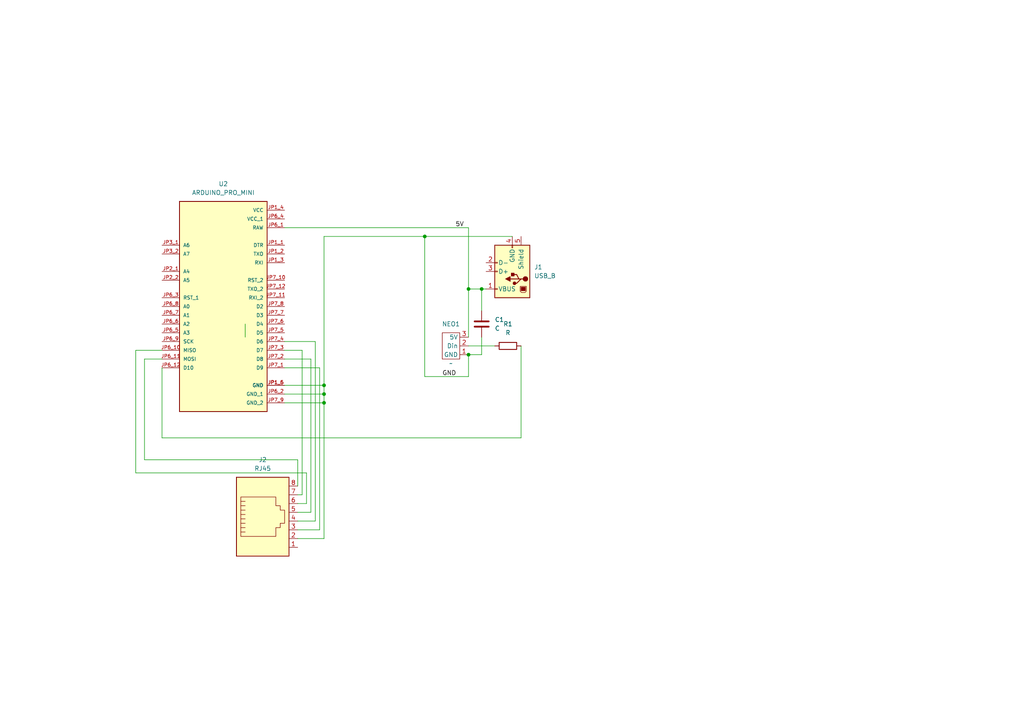
<source format=kicad_sch>
(kicad_sch (version 20230121) (generator eeschema)

  (uuid 72bec9bb-36c1-44f5-b301-26eb2ead7e2e)

  (paper "A4")

  (title_block
    (title "Black Mage Eyes circuit")
    (date "2023-09-17")
    (rev "V1.1")
    (comment 4 "Cody Sass")
  )

  (lib_symbols
    (symbol "Connector:RJ45" (pin_names (offset 1.016)) (in_bom yes) (on_board yes)
      (property "Reference" "J" (at -5.08 13.97 0)
        (effects (font (size 1.27 1.27)) (justify right))
      )
      (property "Value" "RJ45" (at 2.54 13.97 0)
        (effects (font (size 1.27 1.27)) (justify left))
      )
      (property "Footprint" "" (at 0 0.635 90)
        (effects (font (size 1.27 1.27)) hide)
      )
      (property "Datasheet" "~" (at 0 0.635 90)
        (effects (font (size 1.27 1.27)) hide)
      )
      (property "ki_keywords" "8P8C RJ socket connector" (at 0 0 0)
        (effects (font (size 1.27 1.27)) hide)
      )
      (property "ki_description" "RJ connector, 8P8C (8 positions 8 connected)" (at 0 0 0)
        (effects (font (size 1.27 1.27)) hide)
      )
      (property "ki_fp_filters" "8P8C* RJ31* RJ32* RJ33* RJ34* RJ35* RJ41* RJ45* RJ49* RJ61*" (at 0 0 0)
        (effects (font (size 1.27 1.27)) hide)
      )
      (symbol "RJ45_0_1"
        (polyline
          (pts
            (xy -5.08 4.445)
            (xy -6.35 4.445)
          )
          (stroke (width 0) (type default))
          (fill (type none))
        )
        (polyline
          (pts
            (xy -5.08 5.715)
            (xy -6.35 5.715)
          )
          (stroke (width 0) (type default))
          (fill (type none))
        )
        (polyline
          (pts
            (xy -6.35 -3.175)
            (xy -5.08 -3.175)
            (xy -5.08 -3.175)
          )
          (stroke (width 0) (type default))
          (fill (type none))
        )
        (polyline
          (pts
            (xy -6.35 -1.905)
            (xy -5.08 -1.905)
            (xy -5.08 -1.905)
          )
          (stroke (width 0) (type default))
          (fill (type none))
        )
        (polyline
          (pts
            (xy -6.35 -0.635)
            (xy -5.08 -0.635)
            (xy -5.08 -0.635)
          )
          (stroke (width 0) (type default))
          (fill (type none))
        )
        (polyline
          (pts
            (xy -6.35 0.635)
            (xy -5.08 0.635)
            (xy -5.08 0.635)
          )
          (stroke (width 0) (type default))
          (fill (type none))
        )
        (polyline
          (pts
            (xy -6.35 1.905)
            (xy -5.08 1.905)
            (xy -5.08 1.905)
          )
          (stroke (width 0) (type default))
          (fill (type none))
        )
        (polyline
          (pts
            (xy -5.08 3.175)
            (xy -6.35 3.175)
            (xy -6.35 3.175)
          )
          (stroke (width 0) (type default))
          (fill (type none))
        )
        (polyline
          (pts
            (xy -6.35 -4.445)
            (xy -6.35 6.985)
            (xy 3.81 6.985)
            (xy 3.81 4.445)
            (xy 5.08 4.445)
            (xy 5.08 3.175)
            (xy 6.35 3.175)
            (xy 6.35 -0.635)
            (xy 5.08 -0.635)
            (xy 5.08 -1.905)
            (xy 3.81 -1.905)
            (xy 3.81 -4.445)
            (xy -6.35 -4.445)
            (xy -6.35 -4.445)
          )
          (stroke (width 0) (type default))
          (fill (type none))
        )
        (rectangle (start 7.62 12.7) (end -7.62 -10.16)
          (stroke (width 0.254) (type default))
          (fill (type background))
        )
      )
      (symbol "RJ45_1_1"
        (pin passive line (at 10.16 -7.62 180) (length 2.54)
          (name "~" (effects (font (size 1.27 1.27))))
          (number "1" (effects (font (size 1.27 1.27))))
        )
        (pin passive line (at 10.16 -5.08 180) (length 2.54)
          (name "~" (effects (font (size 1.27 1.27))))
          (number "2" (effects (font (size 1.27 1.27))))
        )
        (pin passive line (at 10.16 -2.54 180) (length 2.54)
          (name "~" (effects (font (size 1.27 1.27))))
          (number "3" (effects (font (size 1.27 1.27))))
        )
        (pin passive line (at 10.16 0 180) (length 2.54)
          (name "~" (effects (font (size 1.27 1.27))))
          (number "4" (effects (font (size 1.27 1.27))))
        )
        (pin passive line (at 10.16 2.54 180) (length 2.54)
          (name "~" (effects (font (size 1.27 1.27))))
          (number "5" (effects (font (size 1.27 1.27))))
        )
        (pin passive line (at 10.16 5.08 180) (length 2.54)
          (name "~" (effects (font (size 1.27 1.27))))
          (number "6" (effects (font (size 1.27 1.27))))
        )
        (pin passive line (at 10.16 7.62 180) (length 2.54)
          (name "~" (effects (font (size 1.27 1.27))))
          (number "7" (effects (font (size 1.27 1.27))))
        )
        (pin passive line (at 10.16 10.16 180) (length 2.54)
          (name "~" (effects (font (size 1.27 1.27))))
          (number "8" (effects (font (size 1.27 1.27))))
        )
      )
    )
    (symbol "Connector:USB_B" (pin_names (offset 1.016)) (in_bom yes) (on_board yes)
      (property "Reference" "J" (at -5.08 11.43 0)
        (effects (font (size 1.27 1.27)) (justify left))
      )
      (property "Value" "USB_B" (at -5.08 8.89 0)
        (effects (font (size 1.27 1.27)) (justify left))
      )
      (property "Footprint" "" (at 3.81 -1.27 0)
        (effects (font (size 1.27 1.27)) hide)
      )
      (property "Datasheet" " ~" (at 3.81 -1.27 0)
        (effects (font (size 1.27 1.27)) hide)
      )
      (property "ki_keywords" "connector USB" (at 0 0 0)
        (effects (font (size 1.27 1.27)) hide)
      )
      (property "ki_description" "USB Type B connector" (at 0 0 0)
        (effects (font (size 1.27 1.27)) hide)
      )
      (property "ki_fp_filters" "USB*" (at 0 0 0)
        (effects (font (size 1.27 1.27)) hide)
      )
      (symbol "USB_B_0_1"
        (rectangle (start -5.08 -7.62) (end 5.08 7.62)
          (stroke (width 0.254) (type default))
          (fill (type background))
        )
        (circle (center -3.81 2.159) (radius 0.635)
          (stroke (width 0.254) (type default))
          (fill (type outline))
        )
        (rectangle (start -3.81 5.588) (end -2.54 4.572)
          (stroke (width 0) (type default))
          (fill (type outline))
        )
        (circle (center -0.635 3.429) (radius 0.381)
          (stroke (width 0.254) (type default))
          (fill (type outline))
        )
        (rectangle (start -0.127 -7.62) (end 0.127 -6.858)
          (stroke (width 0) (type default))
          (fill (type none))
        )
        (polyline
          (pts
            (xy -1.905 2.159)
            (xy 0.635 2.159)
          )
          (stroke (width 0.254) (type default))
          (fill (type none))
        )
        (polyline
          (pts
            (xy -3.175 2.159)
            (xy -2.54 2.159)
            (xy -1.27 3.429)
            (xy -0.635 3.429)
          )
          (stroke (width 0.254) (type default))
          (fill (type none))
        )
        (polyline
          (pts
            (xy -2.54 2.159)
            (xy -1.905 2.159)
            (xy -1.27 0.889)
            (xy 0 0.889)
          )
          (stroke (width 0.254) (type default))
          (fill (type none))
        )
        (polyline
          (pts
            (xy 0.635 2.794)
            (xy 0.635 1.524)
            (xy 1.905 2.159)
            (xy 0.635 2.794)
          )
          (stroke (width 0.254) (type default))
          (fill (type outline))
        )
        (polyline
          (pts
            (xy -4.064 4.318)
            (xy -2.286 4.318)
            (xy -2.286 5.715)
            (xy -2.667 6.096)
            (xy -3.683 6.096)
            (xy -4.064 5.715)
            (xy -4.064 4.318)
          )
          (stroke (width 0) (type default))
          (fill (type none))
        )
        (rectangle (start 0.254 1.27) (end -0.508 0.508)
          (stroke (width 0.254) (type default))
          (fill (type outline))
        )
        (rectangle (start 5.08 -2.667) (end 4.318 -2.413)
          (stroke (width 0) (type default))
          (fill (type none))
        )
        (rectangle (start 5.08 -0.127) (end 4.318 0.127)
          (stroke (width 0) (type default))
          (fill (type none))
        )
        (rectangle (start 5.08 4.953) (end 4.318 5.207)
          (stroke (width 0) (type default))
          (fill (type none))
        )
      )
      (symbol "USB_B_1_1"
        (pin power_out line (at 7.62 5.08 180) (length 2.54)
          (name "VBUS" (effects (font (size 1.27 1.27))))
          (number "1" (effects (font (size 1.27 1.27))))
        )
        (pin bidirectional line (at 7.62 -2.54 180) (length 2.54)
          (name "D-" (effects (font (size 1.27 1.27))))
          (number "2" (effects (font (size 1.27 1.27))))
        )
        (pin bidirectional line (at 7.62 0 180) (length 2.54)
          (name "D+" (effects (font (size 1.27 1.27))))
          (number "3" (effects (font (size 1.27 1.27))))
        )
        (pin power_out line (at 0 -10.16 90) (length 2.54)
          (name "GND" (effects (font (size 1.27 1.27))))
          (number "4" (effects (font (size 1.27 1.27))))
        )
        (pin passive line (at -2.54 -10.16 90) (length 2.54)
          (name "Shield" (effects (font (size 1.27 1.27))))
          (number "5" (effects (font (size 1.27 1.27))))
        )
      )
    )
    (symbol "CustomLibrary:ARDUINO_PRO_MINI" (pin_names (offset 1.016)) (in_bom yes) (on_board yes)
      (property "Reference" "U" (at -12.7 31.75 0)
        (effects (font (size 1.27 1.27)) (justify left bottom))
      )
      (property "Value" "ARDUINO_PRO_MINI" (at -12.7 -33.02 0)
        (effects (font (size 1.27 1.27)) (justify left bottom))
      )
      (property "Footprint" "ARDUINO_PRO_MINI:MODULE_ARDUINO_PRO_MINI" (at 0 0 0)
        (effects (font (size 1.27 1.27)) (justify bottom) hide)
      )
      (property "Datasheet" "" (at 0 0 0)
        (effects (font (size 1.27 1.27)) hide)
      )
      (property "MF" "Arduino" (at 0 0 0)
        (effects (font (size 1.27 1.27)) (justify bottom) hide)
      )
      (property "MAXIMUM_PACKAGE_HEIGHT" "N/A" (at 0 0 0)
        (effects (font (size 1.27 1.27)) (justify bottom) hide)
      )
      (property "Package" "None" (at 0 0 0)
        (effects (font (size 1.27 1.27)) (justify bottom) hide)
      )
      (property "Price" "None" (at 0 0 0)
        (effects (font (size 1.27 1.27)) (justify bottom) hide)
      )
      (property "Check_prices" "https://www.snapeda.com/parts/Arduino%20Pro%20Mini/Arduino/view-part/?ref=eda" (at 0 0 0)
        (effects (font (size 1.27 1.27)) (justify bottom) hide)
      )
      (property "STANDARD" "Manufacturer Recommendations" (at 0 0 0)
        (effects (font (size 1.27 1.27)) (justify bottom) hide)
      )
      (property "PARTREV" "N/A" (at 0 0 0)
        (effects (font (size 1.27 1.27)) (justify bottom) hide)
      )
      (property "SnapEDA_Link" "https://www.snapeda.com/parts/Arduino%20Pro%20Mini/Arduino/view-part/?ref=snap" (at 0 0 0)
        (effects (font (size 1.27 1.27)) (justify bottom) hide)
      )
      (property "MP" "Arduino Pro Mini" (at 0 0 0)
        (effects (font (size 1.27 1.27)) (justify bottom) hide)
      )
      (property "Description" "\nThis board was developed for applications and installations where space is premium and projects are made as permanent set ups. Small, available in 3.3 V and 5 V versions, powered by ATmega328P.\n" (at 0 0 0)
        (effects (font (size 1.27 1.27)) (justify bottom) hide)
      )
      (property "Availability" "In Stock" (at 0 0 0)
        (effects (font (size 1.27 1.27)) (justify bottom) hide)
      )
      (property "MANUFACTURER" "SparkFun Electronics" (at 0 0 0)
        (effects (font (size 1.27 1.27)) (justify bottom) hide)
      )
      (symbol "ARDUINO_PRO_MINI_0_0"
        (rectangle (start -12.7 -30.48) (end 12.7 30.48)
          (stroke (width 0.254) (type default))
          (fill (type background))
        )
        (pin input line (at 17.78 17.78 180) (length 5.08)
          (name "DTR" (effects (font (size 1.016 1.016))))
          (number "JP1_1" (effects (font (size 1.016 1.016))))
        )
        (pin bidirectional line (at 17.78 15.24 180) (length 5.08)
          (name "TXO" (effects (font (size 1.016 1.016))))
          (number "JP1_2" (effects (font (size 1.016 1.016))))
        )
        (pin bidirectional line (at 17.78 12.7 180) (length 5.08)
          (name "RXI" (effects (font (size 1.016 1.016))))
          (number "JP1_3" (effects (font (size 1.016 1.016))))
        )
        (pin power_in line (at 17.78 27.94 180) (length 5.08)
          (name "VCC" (effects (font (size 1.016 1.016))))
          (number "JP1_4" (effects (font (size 1.016 1.016))))
        )
        (pin power_in line (at 17.78 -22.86 180) (length 5.08)
          (name "GND" (effects (font (size 1.016 1.016))))
          (number "JP1_5" (effects (font (size 1.016 1.016))))
        )
        (pin power_in line (at 17.78 -22.86 180) (length 5.08)
          (name "GND" (effects (font (size 1.016 1.016))))
          (number "JP1_6" (effects (font (size 1.016 1.016))))
        )
        (pin bidirectional line (at -17.78 10.16 0) (length 5.08)
          (name "A4" (effects (font (size 1.016 1.016))))
          (number "JP2_1" (effects (font (size 1.016 1.016))))
        )
        (pin bidirectional line (at -17.78 7.62 0) (length 5.08)
          (name "A5" (effects (font (size 1.016 1.016))))
          (number "JP2_2" (effects (font (size 1.016 1.016))))
        )
        (pin input line (at -17.78 17.78 0) (length 5.08)
          (name "A6" (effects (font (size 1.016 1.016))))
          (number "JP3_1" (effects (font (size 1.016 1.016))))
        )
        (pin input line (at -17.78 15.24 0) (length 5.08)
          (name "A7" (effects (font (size 1.016 1.016))))
          (number "JP3_2" (effects (font (size 1.016 1.016))))
        )
        (pin power_in line (at 17.78 22.86 180) (length 5.08)
          (name "RAW" (effects (font (size 1.016 1.016))))
          (number "JP6_1" (effects (font (size 1.016 1.016))))
        )
        (pin bidirectional line (at -17.78 -12.7 0) (length 5.08)
          (name "MISO" (effects (font (size 1.016 1.016))))
          (number "JP6_10" (effects (font (size 1.016 1.016))))
        )
        (pin bidirectional line (at -17.78 -15.24 0) (length 5.08)
          (name "MOSI" (effects (font (size 1.016 1.016))))
          (number "JP6_11" (effects (font (size 1.016 1.016))))
        )
        (pin bidirectional line (at -17.78 -17.78 0) (length 5.08)
          (name "D10" (effects (font (size 1.016 1.016))))
          (number "JP6_12" (effects (font (size 1.016 1.016))))
        )
        (pin power_in line (at 17.78 -25.4 180) (length 5.08)
          (name "GND_1" (effects (font (size 1.016 1.016))))
          (number "JP6_2" (effects (font (size 1.016 1.016))))
        )
        (pin input line (at -17.78 2.54 0) (length 5.08)
          (name "RST_1" (effects (font (size 1.016 1.016))))
          (number "JP6_3" (effects (font (size 1.016 1.016))))
        )
        (pin power_in line (at 17.78 25.4 180) (length 5.08)
          (name "VCC_1" (effects (font (size 1.016 1.016))))
          (number "JP6_4" (effects (font (size 1.016 1.016))))
        )
        (pin bidirectional line (at -17.78 -7.62 0) (length 5.08)
          (name "A3" (effects (font (size 1.016 1.016))))
          (number "JP6_5" (effects (font (size 1.016 1.016))))
        )
        (pin bidirectional line (at -17.78 -5.08 0) (length 5.08)
          (name "A2" (effects (font (size 1.016 1.016))))
          (number "JP6_6" (effects (font (size 1.016 1.016))))
        )
        (pin bidirectional line (at -17.78 -2.54 0) (length 5.08)
          (name "A1" (effects (font (size 1.016 1.016))))
          (number "JP6_7" (effects (font (size 1.016 1.016))))
        )
        (pin bidirectional line (at -17.78 0 0) (length 5.08)
          (name "A0" (effects (font (size 1.016 1.016))))
          (number "JP6_8" (effects (font (size 1.016 1.016))))
        )
        (pin bidirectional line (at -17.78 -10.16 0) (length 5.08)
          (name "SCK" (effects (font (size 1.016 1.016))))
          (number "JP6_9" (effects (font (size 1.016 1.016))))
        )
        (pin bidirectional line (at 17.78 -17.78 180) (length 5.08)
          (name "D9" (effects (font (size 1.016 1.016))))
          (number "JP7_1" (effects (font (size 1.016 1.016))))
        )
        (pin input line (at 17.78 7.62 180) (length 5.08)
          (name "RST_2" (effects (font (size 1.016 1.016))))
          (number "JP7_10" (effects (font (size 1.016 1.016))))
        )
        (pin bidirectional line (at 17.78 2.54 180) (length 5.08)
          (name "RXI_2" (effects (font (size 1.016 1.016))))
          (number "JP7_11" (effects (font (size 1.016 1.016))))
        )
        (pin bidirectional line (at 17.78 5.08 180) (length 5.08)
          (name "TXO_2" (effects (font (size 1.016 1.016))))
          (number "JP7_12" (effects (font (size 1.016 1.016))))
        )
        (pin bidirectional line (at 17.78 -15.24 180) (length 5.08)
          (name "D8" (effects (font (size 1.016 1.016))))
          (number "JP7_2" (effects (font (size 1.016 1.016))))
        )
        (pin bidirectional line (at 17.78 -12.7 180) (length 5.08)
          (name "D7" (effects (font (size 1.016 1.016))))
          (number "JP7_3" (effects (font (size 1.016 1.016))))
        )
        (pin bidirectional line (at 17.78 -10.16 180) (length 5.08)
          (name "D6" (effects (font (size 1.016 1.016))))
          (number "JP7_4" (effects (font (size 1.016 1.016))))
        )
        (pin bidirectional line (at 17.78 -7.62 180) (length 5.08)
          (name "D5" (effects (font (size 1.016 1.016))))
          (number "JP7_5" (effects (font (size 1.016 1.016))))
        )
        (pin bidirectional line (at 17.78 -5.08 180) (length 5.08)
          (name "D4" (effects (font (size 1.016 1.016))))
          (number "JP7_6" (effects (font (size 1.016 1.016))))
        )
        (pin bidirectional line (at 17.78 -2.54 180) (length 5.08)
          (name "D3" (effects (font (size 1.016 1.016))))
          (number "JP7_7" (effects (font (size 1.016 1.016))))
        )
        (pin bidirectional line (at 17.78 0 180) (length 5.08)
          (name "D2" (effects (font (size 1.016 1.016))))
          (number "JP7_8" (effects (font (size 1.016 1.016))))
        )
        (pin power_in line (at 17.78 -27.94 180) (length 5.08)
          (name "GND_2" (effects (font (size 1.016 1.016))))
          (number "JP7_9" (effects (font (size 1.016 1.016))))
        )
      )
    )
    (symbol "CustomLibrary:Neopixel_connection" (in_bom yes) (on_board yes)
      (property "Reference" "NEO1" (at 0 -6.35 0)
        (effects (font (size 1.27 1.27)))
      )
      (property "Value" "~" (at 0 5.08 0)
        (effects (font (size 1.27 1.27)))
      )
      (property "Footprint" "Connector_PinHeader_2.00mm:PinHeader_1x03_P2.00mm_Vertical" (at 0 5.08 0)
        (effects (font (size 1.27 1.27)) hide)
      )
      (property "Datasheet" "" (at 0 5.08 0)
        (effects (font (size 1.27 1.27)) hide)
      )
      (symbol "Neopixel_connection_0_1"
        (rectangle (start -2.54 3.81) (end 2.54 -3.81)
          (stroke (width 0) (type default))
          (fill (type none))
        )
      )
      (symbol "Neopixel_connection_1_1"
        (pin input line (at -5.08 2.54 0) (length 2.54)
          (name "GND" (effects (font (size 1.27 1.27))))
          (number "1" (effects (font (size 1.27 1.27))))
        )
        (pin input line (at -5.08 0 0) (length 2.54)
          (name "Din" (effects (font (size 1.27 1.27))))
          (number "2" (effects (font (size 1.27 1.27))))
        )
        (pin input line (at -5.08 -2.54 0) (length 2.54)
          (name "5V" (effects (font (size 1.27 1.27))))
          (number "3" (effects (font (size 1.27 1.27))))
        )
      )
    )
    (symbol "Device:C" (pin_numbers hide) (pin_names (offset 0.254)) (in_bom yes) (on_board yes)
      (property "Reference" "C" (at 0.635 2.54 0)
        (effects (font (size 1.27 1.27)) (justify left))
      )
      (property "Value" "C" (at 0.635 -2.54 0)
        (effects (font (size 1.27 1.27)) (justify left))
      )
      (property "Footprint" "" (at 0.9652 -3.81 0)
        (effects (font (size 1.27 1.27)) hide)
      )
      (property "Datasheet" "~" (at 0 0 0)
        (effects (font (size 1.27 1.27)) hide)
      )
      (property "ki_keywords" "cap capacitor" (at 0 0 0)
        (effects (font (size 1.27 1.27)) hide)
      )
      (property "ki_description" "Unpolarized capacitor" (at 0 0 0)
        (effects (font (size 1.27 1.27)) hide)
      )
      (property "ki_fp_filters" "C_*" (at 0 0 0)
        (effects (font (size 1.27 1.27)) hide)
      )
      (symbol "C_0_1"
        (polyline
          (pts
            (xy -2.032 -0.762)
            (xy 2.032 -0.762)
          )
          (stroke (width 0.508) (type default))
          (fill (type none))
        )
        (polyline
          (pts
            (xy -2.032 0.762)
            (xy 2.032 0.762)
          )
          (stroke (width 0.508) (type default))
          (fill (type none))
        )
      )
      (symbol "C_1_1"
        (pin passive line (at 0 3.81 270) (length 2.794)
          (name "~" (effects (font (size 1.27 1.27))))
          (number "1" (effects (font (size 1.27 1.27))))
        )
        (pin passive line (at 0 -3.81 90) (length 2.794)
          (name "~" (effects (font (size 1.27 1.27))))
          (number "2" (effects (font (size 1.27 1.27))))
        )
      )
    )
    (symbol "Device:R" (pin_numbers hide) (pin_names (offset 0)) (in_bom yes) (on_board yes)
      (property "Reference" "R" (at 2.032 0 90)
        (effects (font (size 1.27 1.27)))
      )
      (property "Value" "R" (at 0 0 90)
        (effects (font (size 1.27 1.27)))
      )
      (property "Footprint" "" (at -1.778 0 90)
        (effects (font (size 1.27 1.27)) hide)
      )
      (property "Datasheet" "~" (at 0 0 0)
        (effects (font (size 1.27 1.27)) hide)
      )
      (property "ki_keywords" "R res resistor" (at 0 0 0)
        (effects (font (size 1.27 1.27)) hide)
      )
      (property "ki_description" "Resistor" (at 0 0 0)
        (effects (font (size 1.27 1.27)) hide)
      )
      (property "ki_fp_filters" "R_*" (at 0 0 0)
        (effects (font (size 1.27 1.27)) hide)
      )
      (symbol "R_0_1"
        (rectangle (start -1.016 -2.54) (end 1.016 2.54)
          (stroke (width 0.254) (type default))
          (fill (type none))
        )
      )
      (symbol "R_1_1"
        (pin passive line (at 0 3.81 270) (length 1.27)
          (name "~" (effects (font (size 1.27 1.27))))
          (number "1" (effects (font (size 1.27 1.27))))
        )
        (pin passive line (at 0 -3.81 90) (length 1.27)
          (name "~" (effects (font (size 1.27 1.27))))
          (number "2" (effects (font (size 1.27 1.27))))
        )
      )
    )
  )

  (junction (at 135.89 102.87) (diameter 0) (color 0 0 0 0)
    (uuid 07543686-342e-4d12-bb88-f1f6a9d1415d)
  )
  (junction (at 93.98 114.3) (diameter 0) (color 0 0 0 0)
    (uuid 36e9602a-a9c3-4c51-b172-0c30d628da9d)
  )
  (junction (at 93.98 111.76) (diameter 0) (color 0 0 0 0)
    (uuid 52f782f3-652c-489a-bf9b-2155fda03997)
  )
  (junction (at 135.89 83.82) (diameter 0) (color 0 0 0 0)
    (uuid 5cb86c46-d724-4b69-8ece-3d7ce56470f2)
  )
  (junction (at 93.98 116.84) (diameter 0) (color 0 0 0 0)
    (uuid 94497d33-2afb-4530-804b-22c5abf6065a)
  )
  (junction (at 123.19 68.58) (diameter 0) (color 0 0 0 0)
    (uuid b78fa431-247e-4578-be62-cf4ac6c02662)
  )
  (junction (at 139.7 83.82) (diameter 0) (color 0 0 0 0)
    (uuid cb5cdb0d-c65a-4209-9fea-2a2c0e53850d)
  )

  (wire (pts (xy 93.98 68.58) (xy 123.19 68.58))
    (stroke (width 0) (type default))
    (uuid 0cc4333c-62ca-4004-8a57-5b9542037e36)
  )
  (wire (pts (xy 135.89 109.22) (xy 135.89 102.87))
    (stroke (width 0) (type default))
    (uuid 13cd68ce-97e7-4284-a020-f2bb319f0a50)
  )
  (wire (pts (xy 93.98 114.3) (xy 93.98 111.76))
    (stroke (width 0) (type default))
    (uuid 198b9643-8614-49f4-8cd2-620398019e96)
  )
  (wire (pts (xy 87.63 101.6) (xy 82.55 101.6))
    (stroke (width 0) (type default))
    (uuid 1a342a31-e4bc-42ee-871d-ec711502bf16)
  )
  (wire (pts (xy 93.98 111.76) (xy 93.98 68.58))
    (stroke (width 0) (type default))
    (uuid 1c47425a-fac2-4609-a30e-eec832cf48c3)
  )
  (wire (pts (xy 86.36 151.13) (xy 91.44 151.13))
    (stroke (width 0) (type default))
    (uuid 1d4691fd-edda-44e5-ab2f-6afdb2ee1cbd)
  )
  (wire (pts (xy 90.17 148.59) (xy 90.17 104.14))
    (stroke (width 0) (type default))
    (uuid 204c7528-1eb8-474a-b7c5-72b1770f76ac)
  )
  (wire (pts (xy 135.89 66.04) (xy 82.55 66.04))
    (stroke (width 0) (type default))
    (uuid 204ee479-dbd4-4432-bbb0-62e7698744b2)
  )
  (wire (pts (xy 139.7 83.82) (xy 140.97 83.82))
    (stroke (width 0) (type default))
    (uuid 26db8d50-d4b6-44ab-8e55-3167d03a8c27)
  )
  (wire (pts (xy 41.91 133.35) (xy 86.36 133.35))
    (stroke (width 0) (type default))
    (uuid 2f21fe17-2aab-4bc1-afa1-9ca05b5c58ce)
  )
  (wire (pts (xy 41.91 104.14) (xy 41.91 133.35))
    (stroke (width 0) (type default))
    (uuid 305cc0eb-aa43-494c-814f-0c7bcc692ff0)
  )
  (wire (pts (xy 46.99 106.68) (xy 46.99 127))
    (stroke (width 0) (type default))
    (uuid 34053cc2-bcfa-4287-a3d7-61a2bf3a1d9f)
  )
  (wire (pts (xy 93.98 114.3) (xy 82.55 114.3))
    (stroke (width 0) (type default))
    (uuid 363183b1-dfdc-4576-a790-2440c5913daa)
  )
  (wire (pts (xy 86.36 143.51) (xy 87.63 143.51))
    (stroke (width 0) (type default))
    (uuid 3902e76c-2d48-487a-8630-59aed6d25998)
  )
  (wire (pts (xy 91.44 99.06) (xy 91.44 151.13))
    (stroke (width 0) (type default))
    (uuid 3be94b2b-d070-46d0-b20a-c9a3d65a0aca)
  )
  (wire (pts (xy 123.19 68.58) (xy 123.19 109.22))
    (stroke (width 0) (type default))
    (uuid 3ff20ae0-cd72-4161-af5d-ec9d76c3236c)
  )
  (wire (pts (xy 88.9 137.16) (xy 88.9 146.05))
    (stroke (width 0) (type default))
    (uuid 50094b4d-4073-473c-b87b-e38ac385db06)
  )
  (wire (pts (xy 123.19 109.22) (xy 135.89 109.22))
    (stroke (width 0) (type default))
    (uuid 50f53078-78f4-4e0b-8191-bf4687c1c70c)
  )
  (wire (pts (xy 82.55 116.84) (xy 93.98 116.84))
    (stroke (width 0) (type default))
    (uuid 57a6ce97-a02b-4735-9978-030645831595)
  )
  (wire (pts (xy 86.36 156.21) (xy 93.98 156.21))
    (stroke (width 0) (type default))
    (uuid 5a616de7-be9e-4892-94fb-2ff7f1120cf2)
  )
  (wire (pts (xy 135.89 83.82) (xy 139.7 83.82))
    (stroke (width 0) (type default))
    (uuid 60042f4a-0ae6-4bc1-afc8-c697f51d26c6)
  )
  (wire (pts (xy 135.89 102.87) (xy 139.7 102.87))
    (stroke (width 0) (type default))
    (uuid 695344ae-d482-4670-b80d-d471b75902c3)
  )
  (wire (pts (xy 71.12 93.98) (xy 71.12 97.79))
    (stroke (width 0) (type default))
    (uuid 6990c867-7f10-4dbe-8ed6-a5095669a059)
  )
  (wire (pts (xy 135.89 83.82) (xy 135.89 97.79))
    (stroke (width 0) (type default))
    (uuid 6bcd089e-4dad-4687-b687-946be2f1bf37)
  )
  (wire (pts (xy 82.55 106.68) (xy 92.71 106.68))
    (stroke (width 0) (type default))
    (uuid 6c79e06a-1007-46ea-8f26-84370d31420b)
  )
  (wire (pts (xy 139.7 83.82) (xy 139.7 90.17))
    (stroke (width 0) (type default))
    (uuid 6e3c101b-715c-4d9f-a27c-6288f2d7c6b8)
  )
  (wire (pts (xy 87.63 143.51) (xy 87.63 101.6))
    (stroke (width 0) (type default))
    (uuid 85d93d73-bd3d-4725-aeb7-3280654c8662)
  )
  (wire (pts (xy 135.89 66.04) (xy 135.89 83.82))
    (stroke (width 0) (type default))
    (uuid 8bb812c3-a30c-46b8-8dc4-65212e639f9f)
  )
  (wire (pts (xy 86.36 133.35) (xy 86.36 140.97))
    (stroke (width 0) (type default))
    (uuid a6c5e498-443c-48bf-8225-f8c08bb77fe8)
  )
  (wire (pts (xy 92.71 153.67) (xy 92.71 106.68))
    (stroke (width 0) (type default))
    (uuid b0d22f54-7f9b-47bf-ba92-11b700fef085)
  )
  (wire (pts (xy 46.99 104.14) (xy 41.91 104.14))
    (stroke (width 0) (type default))
    (uuid b1c2ddf9-e372-4d9a-8ff7-062e73b9fe54)
  )
  (wire (pts (xy 39.37 137.16) (xy 88.9 137.16))
    (stroke (width 0) (type default))
    (uuid b78e5fb1-4650-4ac7-a22d-ea28d9e57b66)
  )
  (wire (pts (xy 46.99 127) (xy 151.13 127))
    (stroke (width 0) (type default))
    (uuid b8276ef0-48ab-4a9f-a5f2-081e3fe08b62)
  )
  (wire (pts (xy 39.37 101.6) (xy 39.37 137.16))
    (stroke (width 0) (type default))
    (uuid b9427f11-3955-4223-bda0-1eeec794e5ed)
  )
  (wire (pts (xy 93.98 156.21) (xy 93.98 116.84))
    (stroke (width 0) (type default))
    (uuid b9bddfed-9fad-4aed-a148-e76de8ed0345)
  )
  (wire (pts (xy 86.36 153.67) (xy 92.71 153.67))
    (stroke (width 0) (type default))
    (uuid ba4fc5fe-80ea-4097-950d-ff02eac4ab1e)
  )
  (wire (pts (xy 93.98 116.84) (xy 93.98 114.3))
    (stroke (width 0) (type default))
    (uuid c4d93db3-be46-405e-9c54-c88152091c8b)
  )
  (wire (pts (xy 123.19 68.58) (xy 148.59 68.58))
    (stroke (width 0) (type default))
    (uuid cf6a27c8-da14-4f9a-afb0-d298c453e3fc)
  )
  (wire (pts (xy 135.89 100.33) (xy 143.51 100.33))
    (stroke (width 0) (type default))
    (uuid d0a41ee8-de29-4eb2-afd4-d2464c5dfa86)
  )
  (wire (pts (xy 90.17 104.14) (xy 82.55 104.14))
    (stroke (width 0) (type default))
    (uuid d14a0d27-d7b5-4aa7-9cb7-7510eee89257)
  )
  (wire (pts (xy 46.99 101.6) (xy 39.37 101.6))
    (stroke (width 0) (type default))
    (uuid d884e623-3dad-4954-ba61-34220646d4b6)
  )
  (wire (pts (xy 86.36 148.59) (xy 90.17 148.59))
    (stroke (width 0) (type default))
    (uuid de2966ec-9bee-4435-93c9-23868c2dc563)
  )
  (wire (pts (xy 86.36 146.05) (xy 88.9 146.05))
    (stroke (width 0) (type default))
    (uuid e86b27fd-220f-4e8d-a726-0021143ee839)
  )
  (wire (pts (xy 151.13 127) (xy 151.13 100.33))
    (stroke (width 0) (type default))
    (uuid e86da1c8-8d2d-4b8f-8966-87474e32522d)
  )
  (wire (pts (xy 82.55 111.76) (xy 93.98 111.76))
    (stroke (width 0) (type default))
    (uuid ec2a6309-7b70-47b2-9cfb-258dab17dafd)
  )
  (wire (pts (xy 91.44 99.06) (xy 82.55 99.06))
    (stroke (width 0) (type default))
    (uuid f4852851-c9f2-46c5-96d8-20214e73c432)
  )
  (wire (pts (xy 139.7 97.79) (xy 139.7 102.87))
    (stroke (width 0) (type default))
    (uuid f4fc8d00-f13e-4b8e-a95b-829a2b7c286e)
  )

  (label "GND" (at 128.27 109.22 0) (fields_autoplaced)
    (effects (font (size 1.27 1.27)) (justify left bottom))
    (uuid 68772e05-275b-4d52-9da7-abde6b058e6e)
  )
  (label "5V" (at 132.08 66.04 0) (fields_autoplaced)
    (effects (font (size 1.27 1.27)) (justify left bottom))
    (uuid d636fe5e-095b-4833-ae6b-b982b233fd02)
  )

  (symbol (lib_id "CustomLibrary:Neopixel_connection") (at 130.81 100.33 180) (unit 1)
    (in_bom yes) (on_board yes) (dnp no) (fields_autoplaced)
    (uuid 1e89a6fc-e219-47d4-b177-74dc8dcf0e3a)
    (property "Reference" "NEO1" (at 130.81 93.98 0)
      (effects (font (size 1.27 1.27)))
    )
    (property "Value" "~" (at 130.81 105.41 0)
      (effects (font (size 1.27 1.27)))
    )
    (property "Footprint" "Connector_PinHeader_2.54mm:PinHeader_1x03_P2.54mm_Vertical" (at 130.81 105.41 0)
      (effects (font (size 1.27 1.27)) hide)
    )
    (property "Datasheet" "" (at 130.81 105.41 0)
      (effects (font (size 1.27 1.27)) hide)
    )
    (pin "1" (uuid 1f253d95-7d65-450a-9786-2a38307268f5))
    (pin "2" (uuid d1ccf127-234b-4109-98d1-0a52eea6eb7e))
    (pin "3" (uuid 7861fcdf-501c-48d0-b2d3-9d25ba9967ae))
    (instances
      (project "Black Mage Eyes"
        (path "/72bec9bb-36c1-44f5-b301-26eb2ead7e2e"
          (reference "NEO1") (unit 1)
        )
      )
    )
  )

  (symbol (lib_id "Connector:RJ45") (at 76.2 151.13 0) (unit 1)
    (in_bom yes) (on_board yes) (dnp no) (fields_autoplaced)
    (uuid 49eba701-c95e-4983-9436-0a3bbbe83e98)
    (property "Reference" "J2" (at 76.2 133.35 0)
      (effects (font (size 1.27 1.27)))
    )
    (property "Value" "RJ45" (at 76.2 135.89 0)
      (effects (font (size 1.27 1.27)))
    )
    (property "Footprint" "Connector_RJ:RJ45_Amphenol_54602-x08_Horizontal" (at 76.2 150.495 90)
      (effects (font (size 1.27 1.27)) hide)
    )
    (property "Datasheet" "~" (at 76.2 150.495 90)
      (effects (font (size 1.27 1.27)) hide)
    )
    (pin "1" (uuid c1568b73-6509-424f-bdb1-3753e7e91ba5))
    (pin "2" (uuid 5122c636-f34e-40fa-8269-691b1cacb94b))
    (pin "3" (uuid 649cbad1-9d83-404f-b787-c1e24b18cdc2))
    (pin "4" (uuid 88e725ba-8c67-40b0-83b5-552edc7f9166))
    (pin "5" (uuid 646dc00e-b45e-4f52-b4ff-fda38c2d0269))
    (pin "6" (uuid b10ffeae-6bf2-4fec-87da-4b27a2524167))
    (pin "7" (uuid 6855f7eb-c950-4c8c-970f-c102f8ea02c9))
    (pin "8" (uuid 25f75e2d-247d-42c2-a06d-7baa2d66ccb9))
    (instances
      (project "Black Mage Eyes"
        (path "/72bec9bb-36c1-44f5-b301-26eb2ead7e2e"
          (reference "J2") (unit 1)
        )
      )
    )
  )

  (symbol (lib_id "Connector:USB_B") (at 148.59 78.74 180) (unit 1)
    (in_bom yes) (on_board yes) (dnp no) (fields_autoplaced)
    (uuid 7d90c02d-3c30-4a4b-b20e-e10abb37122f)
    (property "Reference" "J1" (at 154.94 77.47 0)
      (effects (font (size 1.27 1.27)) (justify right))
    )
    (property "Value" "USB_B" (at 154.94 80.01 0)
      (effects (font (size 1.27 1.27)) (justify right))
    )
    (property "Footprint" "Connector_USB:USB_B_Amphenol_MUSB-D511_Vertical_Rugged" (at 144.78 77.47 0)
      (effects (font (size 1.27 1.27)) hide)
    )
    (property "Datasheet" " ~" (at 144.78 77.47 0)
      (effects (font (size 1.27 1.27)) hide)
    )
    (pin "1" (uuid 8f583561-f609-486c-adfb-c68dad6907fa))
    (pin "2" (uuid cdcf109b-2095-411d-a45c-a56a7a4a4b50))
    (pin "3" (uuid d02ca991-536b-4475-b607-2873306ee3bf))
    (pin "4" (uuid c6b4c408-9e6e-438b-bb49-b0a30ff8cbc7))
    (pin "5" (uuid d33aff5a-4ebd-43b7-8096-03c51a2da232))
    (instances
      (project "Black Mage Eyes"
        (path "/72bec9bb-36c1-44f5-b301-26eb2ead7e2e"
          (reference "J1") (unit 1)
        )
      )
    )
  )

  (symbol (lib_id "CustomLibrary:ARDUINO_PRO_MINI") (at 64.77 88.9 0) (unit 1)
    (in_bom yes) (on_board yes) (dnp no) (fields_autoplaced)
    (uuid 7e0707c0-a04b-4d82-8548-a13ec71be276)
    (property "Reference" "U2" (at 64.77 53.34 0)
      (effects (font (size 1.27 1.27)))
    )
    (property "Value" "ARDUINO_PRO_MINI" (at 64.77 55.88 0)
      (effects (font (size 1.27 1.27)))
    )
    (property "Footprint" "customfootprints:MODULE_ARDUINO_PRO_MINI" (at 64.77 88.9 0)
      (effects (font (size 1.27 1.27)) (justify bottom) hide)
    )
    (property "Datasheet" "" (at 64.77 88.9 0)
      (effects (font (size 1.27 1.27)) hide)
    )
    (property "MF" "Arduino" (at 64.77 88.9 0)
      (effects (font (size 1.27 1.27)) (justify bottom) hide)
    )
    (property "MAXIMUM_PACKAGE_HEIGHT" "N/A" (at 64.77 88.9 0)
      (effects (font (size 1.27 1.27)) (justify bottom) hide)
    )
    (property "Package" "None" (at 64.77 88.9 0)
      (effects (font (size 1.27 1.27)) (justify bottom) hide)
    )
    (property "Price" "None" (at 64.77 88.9 0)
      (effects (font (size 1.27 1.27)) (justify bottom) hide)
    )
    (property "Check_prices" "https://www.snapeda.com/parts/Arduino%20Pro%20Mini/Arduino/view-part/?ref=eda" (at 64.77 88.9 0)
      (effects (font (size 1.27 1.27)) (justify bottom) hide)
    )
    (property "STANDARD" "Manufacturer Recommendations" (at 64.77 88.9 0)
      (effects (font (size 1.27 1.27)) (justify bottom) hide)
    )
    (property "PARTREV" "N/A" (at 64.77 88.9 0)
      (effects (font (size 1.27 1.27)) (justify bottom) hide)
    )
    (property "SnapEDA_Link" "https://www.snapeda.com/parts/Arduino%20Pro%20Mini/Arduino/view-part/?ref=snap" (at 64.77 88.9 0)
      (effects (font (size 1.27 1.27)) (justify bottom) hide)
    )
    (property "MP" "Arduino Pro Mini" (at 64.77 88.9 0)
      (effects (font (size 1.27 1.27)) (justify bottom) hide)
    )
    (property "Description" "\nThis board was developed for applications and installations where space is premium and projects are made as permanent set ups. Small, available in 3.3 V and 5 V versions, powered by ATmega328P.\n" (at 64.77 88.9 0)
      (effects (font (size 1.27 1.27)) (justify bottom) hide)
    )
    (property "Availability" "In Stock" (at 64.77 88.9 0)
      (effects (font (size 1.27 1.27)) (justify bottom) hide)
    )
    (property "MANUFACTURER" "SparkFun Electronics" (at 64.77 88.9 0)
      (effects (font (size 1.27 1.27)) (justify bottom) hide)
    )
    (pin "JP1_1" (uuid 40564d62-ce6f-4a5f-a8cb-144520b9550e))
    (pin "JP1_2" (uuid d22f1ff7-f697-4f80-b37f-ab342e0c4066))
    (pin "JP1_3" (uuid 59c4392b-a4f7-438d-9bd5-349a29f4dc6b))
    (pin "JP1_4" (uuid 703e3242-663b-47c9-a9b9-2d5c122d1ea5))
    (pin "JP1_5" (uuid bd1d3395-173e-4c19-9784-3941d5859c19))
    (pin "JP1_6" (uuid 9faf3cab-c11c-4bef-9790-aba650f6703b))
    (pin "JP2_1" (uuid 6c830875-c3d3-4453-99ef-24188e49fc47))
    (pin "JP2_2" (uuid b6ed0956-a473-48f7-8373-d9de8591de06))
    (pin "JP3_1" (uuid 22749f1b-99e2-46c0-a95b-be31ee2154c0))
    (pin "JP3_2" (uuid 003bc949-0024-44cb-9a6a-d1989221db7e))
    (pin "JP6_1" (uuid 578cf7a8-9ba1-4421-b3c6-4163551b5b29))
    (pin "JP6_10" (uuid 1fbe2fb4-ca12-41f0-b4ea-818c32c069de))
    (pin "JP6_11" (uuid 661cf91c-7914-486f-8e94-954276f69c7a))
    (pin "JP6_12" (uuid ae48e34c-b456-4233-9f2e-dfa9dc67a1ab))
    (pin "JP6_2" (uuid 632b9680-e99a-47aa-97b6-00075a735ca3))
    (pin "JP6_3" (uuid 374318e6-dd6a-4e7a-86de-60770f5bd38c))
    (pin "JP6_4" (uuid b127b4b5-af24-434b-8568-ae8ffce8deec))
    (pin "JP6_5" (uuid 6234d1d6-d399-4f54-915d-1596412f1177))
    (pin "JP6_6" (uuid 137ff425-d914-4396-8ee0-ce43a5de3f0b))
    (pin "JP6_7" (uuid 940e46c5-883b-4832-bc65-d369915fae2b))
    (pin "JP6_8" (uuid fd0768d6-f585-4317-a86e-82f6d5f32c6e))
    (pin "JP6_9" (uuid 32b24994-15ee-4375-bff4-9ffc536672a2))
    (pin "JP7_1" (uuid 299e4829-ec0e-42d3-b519-fbb83d3df9e3))
    (pin "JP7_10" (uuid 0c7aa216-0805-406b-a1f3-26b07297dc30))
    (pin "JP7_11" (uuid fb9c3e2d-0160-4c58-a013-74a4bd071287))
    (pin "JP7_12" (uuid 647cdc8e-ea37-4d5b-b67c-b0c89936f028))
    (pin "JP7_2" (uuid d4b28b29-356a-4405-a7f2-83715fd9da2a))
    (pin "JP7_3" (uuid 7fc08367-3639-4cbd-8cf8-2b3c08a710ec))
    (pin "JP7_4" (uuid 140133c3-bc3e-49de-a574-9867e55bb508))
    (pin "JP7_5" (uuid 1b2882ab-f20e-4415-870b-f68c28127306))
    (pin "JP7_6" (uuid 61611fcc-8dee-4a27-8dc7-e9ee3737b613))
    (pin "JP7_7" (uuid 732bd877-1e12-4b8e-9eef-239323efcc29))
    (pin "JP7_8" (uuid 6722bdec-d0ff-4810-a7c9-cf3359437cd2))
    (pin "JP7_9" (uuid 95b1a817-5d5a-45d0-94c5-ab2a168f9d44))
    (instances
      (project "Black Mage Eyes"
        (path "/72bec9bb-36c1-44f5-b301-26eb2ead7e2e"
          (reference "U2") (unit 1)
        )
      )
    )
  )

  (symbol (lib_id "Device:R") (at 147.32 100.33 270) (unit 1)
    (in_bom yes) (on_board yes) (dnp no) (fields_autoplaced)
    (uuid c58a177e-1800-4fbe-ac03-be9970ce232d)
    (property "Reference" "R1" (at 147.32 93.98 90)
      (effects (font (size 1.27 1.27)))
    )
    (property "Value" "R" (at 147.32 96.52 90)
      (effects (font (size 1.27 1.27)))
    )
    (property "Footprint" "Resistor_THT:R_Axial_DIN0207_L6.3mm_D2.5mm_P7.62mm_Horizontal" (at 147.32 98.552 90)
      (effects (font (size 1.27 1.27)) hide)
    )
    (property "Datasheet" "~" (at 147.32 100.33 0)
      (effects (font (size 1.27 1.27)) hide)
    )
    (pin "1" (uuid 434684e8-c2d1-4108-8d19-0920f4c042b3))
    (pin "2" (uuid 3d513db5-d3da-4ac8-88eb-273dd6e7799b))
    (instances
      (project "Black Mage Eyes"
        (path "/72bec9bb-36c1-44f5-b301-26eb2ead7e2e"
          (reference "R1") (unit 1)
        )
      )
    )
  )

  (symbol (lib_id "Device:C") (at 139.7 93.98 180) (unit 1)
    (in_bom yes) (on_board yes) (dnp no) (fields_autoplaced)
    (uuid ff6df36c-d8f4-4bb0-a4e7-9e437e00f85f)
    (property "Reference" "C1" (at 143.51 92.71 0)
      (effects (font (size 1.27 1.27)) (justify right))
    )
    (property "Value" "C" (at 143.51 95.25 0)
      (effects (font (size 1.27 1.27)) (justify right))
    )
    (property "Footprint" "Capacitor_THT:C_Radial_D8.0mm_H7.0mm_P3.50mm" (at 138.7348 90.17 0)
      (effects (font (size 1.27 1.27)) hide)
    )
    (property "Datasheet" "~" (at 139.7 93.98 0)
      (effects (font (size 1.27 1.27)) hide)
    )
    (pin "1" (uuid ac8b48a1-7b4e-4131-8aec-5bdf2f987710))
    (pin "2" (uuid 626d6a2b-56ef-4ad8-ad16-9d564790cc37))
    (instances
      (project "Black Mage Eyes"
        (path "/72bec9bb-36c1-44f5-b301-26eb2ead7e2e"
          (reference "C1") (unit 1)
        )
      )
    )
  )

  (sheet_instances
    (path "/" (page "1"))
  )
)

</source>
